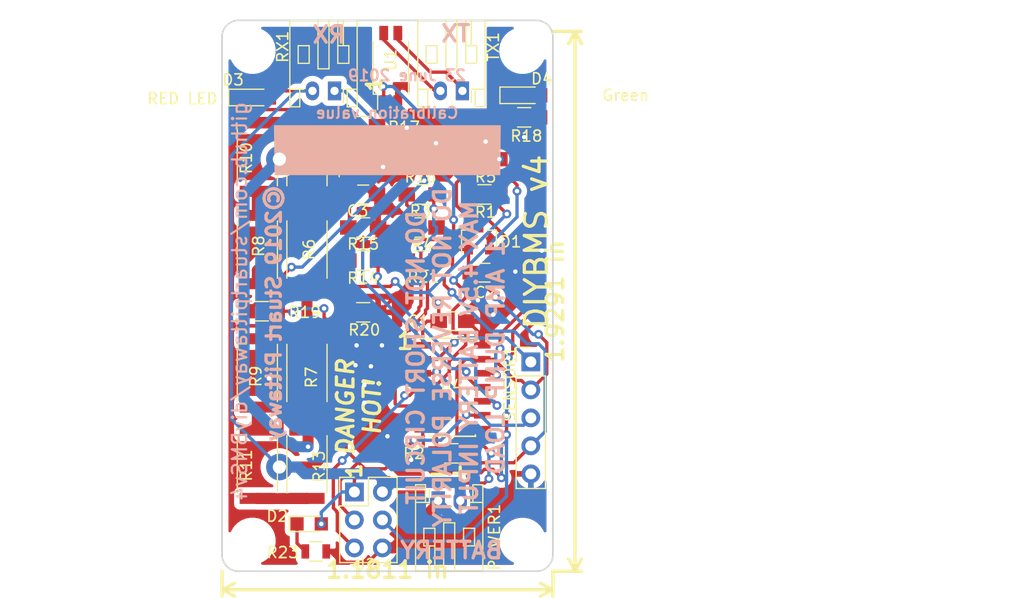
<source format=kicad_pcb>
(kicad_pcb (version 20171130) (host pcbnew "(5.1.5)-3")
  (layers (0 F.Cu signal) (31 B.Cu signal) (34 B.Paste user) (35 F.Paste user) (36 B.SilkS user) (37 F.SilkS user) (38 B.Mask user) (39 F.Mask user) (44 Edge.Cuts user))
  (net 0 "")
  (net 1 GND)
  (net 2 VCC)
  (net 3 "Net-(J2-Pad5)")
  (net 4 "Net-(D4-Pad2)")
  (net 5 RXD0)
  (net 6 ENABLE)
  (net 7 "Net-(R3-Pad2)")
  (net 8 "Net-(R5-Pad1)")
  (net 9 TXD0)
  (net 10 "Net-(R6-Pad2)")
  (net 11 "Net-(R7-Pad2)")
  (net 12 "Net-(R10-Pad1)")
  (net 13 "Net-(R11-Pad1)")
  (net 14 "Net-(R10-Pad2)")
  (net 15 "Net-(R11-Pad2)")
  (net 16 "Net-(Q1-Pad3)")
  (net 17 "Net-(D3-Pad1)")
  (net 18 "Net-(D4-Pad1)")
  (net 19 2_VOLT)
  (net 20 DUMP_LOAD_ENABLE)
  (net 21 "Net-(C3-Pad1)")
  (net 22 "Net-(R21-Pad1)")
  (net 23 "Net-(SENSOR1-Pad3)")
  (net 24 "Net-(TX1-Pad1)")
  (net 25 "Net-(TX1-Pad2)")
  (net 26 "Net-(D2-Pad1)")
  (net 27 TXD1)
  (net 28 RXD1)
  (module LEDs:LED_0805_HandSoldering (layer F.Cu) (at 129.3176 54.7876)
    (fp_text reference D4 (at 1.6 -1.5) (layer F.SilkS))
    (fp_text value Green (at 9.2 0) (layer F.SilkS))
    (pad 1 smd rect (at -1.35 0) (size 1.5 1.3) (layers F.Cu F.Paste F.Mask) (net 18 "Net-(D4-Pad1)"))
    (pad 2 smd rect (at 1.35 0) (size 1.5 1.3) (layers F.Cu F.Paste F.Mask) (net 4 "Net-(D4-Pad2)"))
  )
  (module LEDs:LED_0805_HandSoldering (layer F.Cu) (at 104.7176 54.9876)
    (fp_text reference D3 (at -1.8 -1.6) (layer F.SilkS))
    (fp_text value "RED LED" (at -6.4 0.1) (layer F.SilkS))
    (pad 1 smd rect (at -1.35 0) (size 1.5 1.3) (layers F.Cu F.Paste F.Mask) (net 17 "Net-(D3-Pad1)"))
    (pad 2 smd rect (at 1.35 0) (size 1.5 1.3) (layers F.Cu F.Paste F.Mask) (net 2 VCC))
  )
  (module Mounting_Holes:MountingHole_3.2mm_M3 (layer F.Cu) (at 129.1676 50.7376)
    (fp_text reference REF** hide)
    (fp_text value MountingHole_3.2mm_M3 hide)
    (pad 1 np_thru_hole circle (at 0 0) (size 3.2 3.2) (drill 3.2) (layers *.Cu *.Mask))
  )
  (module Mounting_Holes:MountingHole_3.2mm_M3 (layer F.Cu) (at 104.6676 50.7376)
    (fp_text reference REF** hide)
    (fp_text value MountingHole_3.2mm_M3 hide)
    (pad 1 np_thru_hole circle (at 0 0) (size 3.2 3.2) (drill 3.2) (layers *.Cu *.Mask))
  )
  (module Mounting_Holes:MountingHole_3.2mm_M3 (layer F.Cu) (at 104.6676 95.2376)
    (fp_text reference REF** hide)
    (fp_text value MountingHole_3.2mm_M3 hide)
    (pad 1 np_thru_hole circle (at 0 0) (size 3.2 3.2) (drill 3.2) (layers *.Cu *.Mask))
  )
  (module Mounting_Holes:MountingHole_3.2mm_M3 (layer F.Cu) (at 129.1676 95.2376)
    (fp_text reference REF** hide)
    (fp_text value MountingHole_3.2mm_M3 hide)
    (pad 1 np_thru_hole circle (at 0 0) (size 3.2 3.2) (drill 3.2) (layers *.Cu *.Mask))
  )
  (module Resistors_SMD:R_0805 (layer F.Cu) (at 110.4176 96.1876 180)
    (fp_text reference R23 (at 3 -0.1 180) (layer F.SilkS))
    (fp_text value 2K2)
    (pad 1 smd rect (at -0.95 0 180) (size 0.7 1.3) (layers F.Cu F.Paste F.Mask) (net 1 GND))
    (pad 2 smd rect (at 0.95 0 180) (size 0.7 1.3) (layers F.Cu F.Paste F.Mask) (net 26 "Net-(D2-Pad1)"))
  )
  (module LEDs:LED_0805 (layer F.Cu) (at 109.8176 93.6876)
    (fp_text reference D2 (at -2.9 -0.7) (layer F.SilkS))
    (fp_text value Blue)
    (pad 2 smd rect (at 1.1 0 180) (size 1.2 1.2) (layers F.Cu F.Paste F.Mask) (net 27 TXD1))
    (pad 1 smd rect (at -1.1 0 180) (size 1.2 1.2) (layers F.Cu F.Paste F.Mask) (net 26 "Net-(D2-Pad1)"))
  )
  (module Resistors_THT:R_Axial_Power_L25.0mm_W9.0mm_P27.94mm (layer F.Cu) (at 107.1176 60.5876 270)
    (fp_text reference R22 hide)
    (fp_text value 10R hide)
    (pad 1 thru_hole circle (at 0 0 270) (size 2.4 2.4) (drill 1.2) (layers *.Cu *.Mask) (net 16 "Net-(Q1-Pad3)"))
    (pad 2 thru_hole oval (at 27.94 0 270) (size 2.4 2.4) (drill 1.2) (layers *.Cu *.Mask) (net 2 VCC))
  )
  (module Connectors_JST:JST_PH_S2B-PH-K_02x2.00mm_Angled (layer F.Cu) (at 123.7176 54.3876 180)
    (fp_text reference TX1 (at -2.8 4 270) (layer F.SilkS))
    (fp_text value "TX Connector")
    (pad 1 thru_hole rect (at 0 0 180) (size 1.2 1.7) (drill 0.75) (layers *.Cu *.Mask) (net 24 "Net-(TX1-Pad1)"))
    (pad 2 thru_hole oval (at 2 0 180) (size 1.2 1.7) (drill 0.75) (layers *.Cu *.Mask) (net 25 "Net-(TX1-Pad2)"))
  )
  (module Capacitors_SMD:C_0805_HandSoldering (layer F.Cu) (at 114.7176 63.7876)
    (fp_text reference C3 (at -0.5 1.5) (layer F.SilkS))
    (fp_text value "10uF 10V")
    (pad 1 smd rect (at -1.25 0) (size 1.5 1.25) (layers F.Cu F.Paste F.Mask) (net 21 "Net-(C3-Pad1)"))
    (pad 2 smd rect (at 1.25 0) (size 1.5 1.25) (layers F.Cu F.Paste F.Mask) (net 1 GND))
  )
  (module Pin_Headers:Pin_Header_Straight_1x05_Pitch2.54mm (layer F.Cu) (at 129.9176 78.9876)
    (fp_text reference SENSOR1 (at -1.9 2 90) (layer F.SilkS))
    (fp_text value "Remote temp input 47K @ 25oC")
    (pad 1 thru_hole rect (at 0 0) (size 1.7 1.7) (drill 1) (layers *.Cu *.Mask) (net 22 "Net-(R21-Pad1)"))
    (pad 2 thru_hole oval (at 0 2.54) (size 1.7 1.7) (drill 1) (layers *.Cu *.Mask) (net 19 2_VOLT))
    (pad 3 thru_hole oval (at 0 5.08) (size 1.7 1.7) (drill 1) (layers *.Cu *.Mask) (net 23 "Net-(SENSOR1-Pad3)"))
    (pad 4 thru_hole oval (at 0 7.62) (size 1.7 1.7) (drill 1) (layers *.Cu *.Mask) (net 6 ENABLE))
    (pad 5 thru_hole oval (at 0 10.16) (size 1.7 1.7) (drill 1) (layers *.Cu *.Mask) (net 1 GND))
  )
  (module Resistors_SMD:R_0805_HandSoldering (layer F.Cu) (at 114.7176 69.7876)
    (fp_text reference R14 (at 0 1.6) (layer F.SilkS))
    (fp_text value 510R)
    (pad 1 smd rect (at -1.35 0) (size 1.5 1.3) (layers F.Cu F.Paste F.Mask) (net 21 "Net-(C3-Pad1)"))
    (pad 2 smd rect (at 1.35 0) (size 1.5 1.3) (layers F.Cu F.Paste F.Mask) (net 20 DUMP_LOAD_ENABLE))
  )
  (module Resistors_SMD:R_0805_HandSoldering (layer F.Cu) (at 114.6176 57.5876 180)
    (fp_text reference R17 (at -3.8 -0.1 180) (layer F.SilkS))
    (fp_text value 2K2)
    (pad 1 smd rect (at -1.35 0 180) (size 1.5 1.3) (layers F.Cu F.Paste F.Mask) (net 16 "Net-(Q1-Pad3)"))
    (pad 2 smd rect (at 1.35 0 180) (size 1.5 1.3) (layers F.Cu F.Paste F.Mask) (net 17 "Net-(D3-Pad1)"))
  )
  (module Pin_Headers:Pin_Header_Straight_2x03_Pitch2.54mm (layer F.Cu) (at 113.9176 90.7876)
    (fp_text reference J2 (at 1.1 6.6) (layer F.SilkS))
    (fp_text value AVR-ISP-6 hide)
    (pad 1 thru_hole rect (at 0 0) (size 1.7 1.7) (drill 1) (layers *.Cu *.Mask) (net 27 TXD1))
    (pad 2 thru_hole oval (at 2.54 0) (size 1.7 1.7) (drill 1) (layers *.Cu *.Mask) (net 2 VCC))
    (pad 3 thru_hole oval (at 0 2.54) (size 1.7 1.7) (drill 1) (layers *.Cu *.Mask) (net 28 RXD1))
    (pad 4 thru_hole oval (at 2.54 2.54) (size 1.7 1.7) (drill 1) (layers *.Cu *.Mask) (net 4 "Net-(D4-Pad2)"))
    (pad 5 thru_hole oval (at 0 5.08) (size 1.7 1.7) (drill 1) (layers *.Cu *.Mask) (net 3 "Net-(J2-Pad5)"))
    (pad 6 thru_hole oval (at 2.54 5.08) (size 1.7 1.7) (drill 1) (layers *.Cu *.Mask) (net 1 GND))
  )
  (module Capacitors_SMD:C_0805_HandSoldering (layer F.Cu) (at 122.8176 75.2876)
    (fp_text reference C1 (at -3.1 0) (layer F.SilkS))
    (fp_text value 100nF)
    (pad 1 smd rect (at -1.25 0) (size 1.5 1.25) (layers F.Cu F.Paste F.Mask) (net 2 VCC))
    (pad 2 smd rect (at 1.25 0) (size 1.5 1.25) (layers F.Cu F.Paste F.Mask) (net 1 GND))
  )
  (module Connectors_JST:JST_PH_S2B-PH-K_02x2.00mm_Angled (layer F.Cu) (at 121.5176 91.5876)
    (fp_text reference POWER1 (at 5.1 3.3 270) (layer F.SilkS))
    (fp_text value Battery hide)
    (pad 1 thru_hole rect (at 0 0) (size 1.2 1.7) (drill 0.75) (layers *.Cu *.Mask) (net 1 GND))
    (pad 2 thru_hole oval (at 2 0) (size 1.2 1.7) (drill 0.75) (layers *.Cu *.Mask) (net 2 VCC))
  )
  (module Resistors_SMD:R_0805_HandSoldering (layer F.Cu) (at 125.7176 63.7876 180)
    (fp_text reference R1 (at -0.1 -1.6 180) (layer F.SilkS))
    (fp_text value 10K)
    (pad 1 smd rect (at -1.35 0 180) (size 1.5 1.3) (layers F.Cu F.Paste F.Mask) (net 2 VCC))
    (pad 2 smd rect (at 1.35 0 180) (size 1.5 1.3) (layers F.Cu F.Paste F.Mask) (net 3 "Net-(J2-Pad5)"))
  )
  (module Housings_SOIC:SOIC-14_3.9x8.7mm_Pitch1.27mm (layer F.Cu) (at 122.8176 81.2876)
    (fp_text reference U4 (at -0.1 -0.1) (layer F.SilkS))
    (fp_text value ATtiny841-SSU)
    (pad 1 smd rect (at -2.7 -3.81) (size 1.5 0.6) (layers F.Cu F.Paste F.Mask) (net 2 VCC))
    (pad 2 smd rect (at -2.7 -2.54) (size 1.5 0.6) (layers F.Cu F.Paste F.Mask) (net 22 "Net-(R21-Pad1)"))
    (pad 3 smd rect (at -2.7 -1.27) (size 1.5 0.6) (layers F.Cu F.Paste F.Mask) (net 23 "Net-(SENSOR1-Pad3)"))
    (pad 4 smd rect (at -2.7 0) (size 1.5 0.6) (layers F.Cu F.Paste F.Mask) (net 3 "Net-(J2-Pad5)"))
    (pad 5 smd rect (at -2.7 1.27) (size 1.5 0.6) (layers F.Cu F.Paste F.Mask) (net 7 "Net-(R3-Pad2)"))
    (pad 6 smd rect (at -2.7 2.54) (size 1.5 0.6) (layers F.Cu F.Paste F.Mask) (net 6 ENABLE))
    (pad 7 smd rect (at -2.7 3.81) (size 1.5 0.6) (layers F.Cu F.Paste F.Mask) (net 4 "Net-(D4-Pad2)"))
    (pad 8 smd rect (at 2.7 3.81) (size 1.5 0.6) (layers F.Cu F.Paste F.Mask) (net 27 TXD1))
    (pad 9 smd rect (at 2.7 2.54) (size 1.5 0.6) (layers F.Cu F.Paste F.Mask) (net 28 RXD1))
    (pad 10 smd rect (at 2.7 1.27) (size 1.5 0.6) (layers F.Cu F.Paste F.Mask) (net 20 DUMP_LOAD_ENABLE))
    (pad 11 smd rect (at 2.7 0) (size 1.5 0.6) (layers F.Cu F.Paste F.Mask) (net 5 RXD0))
    (pad 12 smd rect (at 2.7 -1.27) (size 1.5 0.6) (layers F.Cu F.Paste F.Mask) (net 9 TXD0))
    (pad 13 smd rect (at 2.7 -2.54) (size 1.5 0.6) (layers F.Cu F.Paste F.Mask) (net 19 2_VOLT))
    (pad 14 smd rect (at 2.7 -3.81) (size 1.5 0.6) (layers F.Cu F.Paste F.Mask) (net 1 GND))
  )
  (module Capacitors_SMD:C_0805_HandSoldering (layer F.Cu) (at 125.7176 70.8876)
    (fp_text reference C2 (at 0.0716 1.794 180) (layer F.SilkS))
    (fp_text value 2.2uF)
    (pad 1 smd rect (at -1.25 0) (size 1.5 1.25) (layers F.Cu F.Paste F.Mask) (net 19 2_VOLT))
    (pad 2 smd rect (at 1.25 0) (size 1.5 1.25) (layers F.Cu F.Paste F.Mask) (net 1 GND))
  )
  (module Connectors_JST:JST_PH_S2B-PH-K_02x2.00mm_Angled (layer F.Cu) (at 112.1176 54.3876 180)
    (fp_text reference RX1 (at 4.7 4 270) (layer F.SilkS))
    (fp_text value "RX Connector")
    (pad 1 thru_hole rect (at 0 0 180) (size 1.2 1.7) (drill 0.75) (layers *.Cu *.Mask) (net 5 RXD0))
    (pad 2 thru_hole oval (at 2 0 180) (size 1.2 1.7) (drill 0.75) (layers *.Cu *.Mask) (net 2 VCC))
  )
  (module Resistors_SMD:R_0805_HandSoldering (layer F.Cu) (at 122.7176 87.2876)
    (fp_text reference R2 (at -3.4 0) (layer F.SilkS))
    (fp_text value 1K)
    (pad 1 smd rect (at -1.35 0) (size 1.5 1.3) (layers F.Cu F.Paste F.Mask) (net 6 ENABLE))
    (pad 2 smd rect (at 1.35 0) (size 1.5 1.3) (layers F.Cu F.Paste F.Mask) (net 19 2_VOLT))
  )
  (module Resistors_SMD:R_0805_HandSoldering (layer F.Cu) (at 120.0176 63.7876)
    (fp_text reference R3 (at -0.1 1.5) (layer F.SilkS))
    (fp_text value "475K  E96 series (tolerance 1%)")
    (pad 1 smd rect (at -1.35 0) (size 1.5 1.3) (layers F.Cu F.Paste F.Mask) (net 6 ENABLE))
    (pad 2 smd rect (at 1.35 0) (size 1.5 1.3) (layers F.Cu F.Paste F.Mask) (net 7 "Net-(R3-Pad2)"))
  )
  (module Resistors_SMD:R_0805_HandSoldering (layer F.Cu) (at 120.0176 66.7876 180)
    (fp_text reference R4 (at -0.1 -1.6 180) (layer F.SilkS))
    (fp_text value "402K E96 series (tolerance 1%)")
    (pad 1 smd rect (at -1.35 0 180) (size 1.5 1.3) (layers F.Cu F.Paste F.Mask) (net 7 "Net-(R3-Pad2)"))
    (pad 2 smd rect (at 1.35 0 180) (size 1.5 1.3) (layers F.Cu F.Paste F.Mask) (net 1 GND))
  )
  (module Resistors_SMD:R_0805_HandSoldering (layer F.Cu) (at 125.7176 60.5876 180)
    (fp_text reference R5 (at -0.1 -1.6 180) (layer F.SilkS))
    (fp_text value 220R)
    (pad 1 smd rect (at -1.35 0 180) (size 1.5 1.3) (layers F.Cu F.Paste F.Mask) (net 8 "Net-(R5-Pad1)"))
    (pad 2 smd rect (at 1.35 0 180) (size 1.5 1.3) (layers F.Cu F.Paste F.Mask) (net 9 TXD0))
  )
  (module Resistors_SMD:R_0805_HandSoldering (layer F.Cu) (at 114.7176 66.7876)
    (fp_text reference R15 (at 0 1.5) (layer F.SilkS))
    (fp_text value 47K)
    (pad 1 smd rect (at -1.35 0) (size 1.5 1.3) (layers F.Cu F.Paste F.Mask) (net 21 "Net-(C3-Pad1)"))
    (pad 2 smd rect (at 1.35 0) (size 1.5 1.3) (layers F.Cu F.Paste F.Mask) (net 1 GND))
  )
  (module Resistors_SMD:R_0805_HandSoldering (layer F.Cu) (at 120.0176 60.5876)
    (fp_text reference R16 (at -0.1 1.6 -180) (layer F.SilkS))
    (fp_text value 4K7)
    (pad 1 smd rect (at -1.35 0) (size 1.5 1.3) (layers F.Cu F.Paste F.Mask) (net 1 GND))
    (pad 2 smd rect (at 1.35 0) (size 1.5 1.3) (layers F.Cu F.Paste F.Mask) (net 5 RXD0))
  )
  (module Resistors_SMD:R_0805_HandSoldering (layer F.Cu) (at 129.3176 56.7876 180)
    (fp_text reference R18 (at -0.2 -1.7 180) (layer F.SilkS))
    (fp_text value 2K2)
    (pad 1 smd rect (at -1.35 0 180) (size 1.5 1.3) (layers F.Cu F.Paste F.Mask) (net 1 GND))
    (pad 2 smd rect (at 1.35 0 180) (size 1.5 1.3) (layers F.Cu F.Paste F.Mask) (net 18 "Net-(D4-Pad1)"))
  )
  (module Housings_SSOP:SOP-4_4.4x2.8mm_Pitch1.27mm (layer F.Cu) (at 117.2176 52.2876 90)
    (fp_text reference U1 (at 0.7 0 90) (layer F.SilkS))
    (fp_text value HMHA2801)
    (pad 1 smd rect (at -3.15 -0.64 90) (size 1.3 0.8) (layers F.Cu F.Paste F.Mask) (net 8 "Net-(R5-Pad1)"))
    (pad 2 smd rect (at -3.15 0.64 90) (size 1.3 0.8) (layers F.Cu F.Paste F.Mask) (net 1 GND))
    (pad 3 smd rect (at 3.15 0.64 90) (size 1.3 0.8) (layers F.Cu F.Paste F.Mask) (net 24 "Net-(TX1-Pad1)"))
    (pad 4 smd rect (at 3.15 -0.64 90) (size 1.3 0.8) (layers F.Cu F.Paste F.Mask) (net 25 "Net-(TX1-Pad2)"))
  )
  (module TO_SOT_Packages_SMD:SOT-23 (layer F.Cu) (at 125.2176 67.7876 90)
    (fp_text reference D1 (at -0.3 2.8716 180) (layer F.SilkS))
    (fp_text value "LM4040BIM3-2.0/NOPB, 2.048V, SOT-23-3")
    (pad 1 smd rect (at -1 -0.95 90) (size 0.9 0.8) (layers F.Cu F.Paste F.Mask) (net 19 2_VOLT))
    (pad 2 smd rect (at -1 0.95 90) (size 0.9 0.8) (layers F.Cu F.Paste F.Mask) (net 1 GND))
    (pad 3 smd rect (at 1 0 90) (size 0.9 0.8) (layers F.Cu F.Paste F.Mask))
  )
  (module TO_SOT_Packages_SMD:SOT-23 (layer F.Cu) (at 114.1176 60.7876 90)
    (fp_text reference Q1 (at 1.5 1.8 180) (layer F.SilkS))
    (fp_text value IRLML6244TRPBF)
    (pad 1 smd rect (at -1 -0.95 90) (size 0.9 0.8) (layers F.Cu F.Paste F.Mask) (net 21 "Net-(C3-Pad1)"))
    (pad 2 smd rect (at -1 0.95 90) (size 0.9 0.8) (layers F.Cu F.Paste F.Mask) (net 1 GND))
    (pad 3 smd rect (at 1 0 90) (size 0.9 0.8) (layers F.Cu F.Paste F.Mask) (net 16 "Net-(Q1-Pad3)"))
  )
  (module Resistors_SMD:R_0805_HandSoldering (layer F.Cu) (at 105.5176 74.3876)
    (fp_text reference R19 (at 3.9 0.1) (layer F.SilkS))
    (fp_text value SDNT2012X473F4150FTF)
    (pad 1 smd rect (at -1.35 0) (size 1.5 1.3) (layers F.Cu F.Paste F.Mask) (net 19 2_VOLT))
    (pad 2 smd rect (at 1.35 0) (size 1.5 1.3) (layers F.Cu F.Paste F.Mask) (net 28 RXD1))
  )
  (module Resistors_SMD:R_0805_HandSoldering (layer F.Cu) (at 114.7176 74.4876)
    (fp_text reference R20 (at 0.1 1.6) (layer F.SilkS))
    (fp_text value 47K)
    (pad 1 smd rect (at -1.35 0) (size 1.5 1.3) (layers F.Cu F.Paste F.Mask) (net 28 RXD1))
    (pad 2 smd rect (at 1.35 0) (size 1.5 1.3) (layers F.Cu F.Paste F.Mask) (net 1 GND))
  )
  (module Resistors_SMD:R_0805_HandSoldering (layer F.Cu) (at 120.0176 69.7876 180)
    (fp_text reference R21 (at -0.15 -1.5) (layer F.SilkS))
    (fp_text value 47K)
    (pad 1 smd rect (at -1.35 0 180) (size 1.5 1.3) (layers F.Cu F.Paste F.Mask) (net 22 "Net-(R21-Pad1)"))
    (pad 2 smd rect (at 1.35 0 180) (size 1.5 1.3) (layers F.Cu F.Paste F.Mask) (net 1 GND))
  )
  (module Resistors_SMD:R_2512 (layer F.Cu) (at 109.6176 68.7876 90)
    (fp_text reference R6 (at 0 0.2 270) (layer F.SilkS))
    (fp_text value "2R2 1W")
    (pad 1 smd rect (at -3.1 0 90) (size 1 3.2) (layers F.Cu F.Paste F.Mask) (net 2 VCC))
    (pad 2 smd rect (at 3.1 0 90) (size 1 3.2) (layers F.Cu F.Paste F.Mask) (net 10 "Net-(R6-Pad2)"))
  )
  (module Resistors_SMD:R_2512 (layer F.Cu) (at 109.6176 79.9876 270)
    (fp_text reference R7 (at 0.4 -0.4 90) (layer F.SilkS))
    (fp_text value "2R2 1W")
    (pad 1 smd rect (at -3.1 0 270) (size 1 3.2) (layers F.Cu F.Paste F.Mask) (net 2 VCC))
    (pad 2 smd rect (at 3.1 0 270) (size 1 3.2) (layers F.Cu F.Paste F.Mask) (net 11 "Net-(R7-Pad2)"))
  )
  (module Resistors_SMD:R_2512 (layer F.Cu) (at 105.1176 68.7876 90)
    (fp_text reference R8 (at 0.3116 0.1204 90) (layer F.SilkS))
    (fp_text value "2R2 1W")
    (pad 1 smd rect (at -3.1 0 90) (size 1 3.2) (layers F.Cu F.Paste F.Mask) (net 10 "Net-(R6-Pad2)"))
    (pad 2 smd rect (at 3.1 0 90) (size 1 3.2) (layers F.Cu F.Paste F.Mask) (net 12 "Net-(R10-Pad1)"))
  )
  (module Resistors_SMD:R_2512 (layer F.Cu) (at 105.1176 79.9876 270)
    (fp_text reference R9 (at 0.3116 0.135466 90) (layer F.SilkS))
    (fp_text value "2R2 1W")
    (pad 1 smd rect (at -3.1 0 270) (size 1 3.2) (layers F.Cu F.Paste F.Mask) (net 11 "Net-(R7-Pad2)"))
    (pad 2 smd rect (at 3.1 0 270) (size 1 3.2) (layers F.Cu F.Paste F.Mask) (net 13 "Net-(R11-Pad1)"))
  )
  (module Resistors_SMD:R_2512 (layer F.Cu) (at 105.1176 60.3992 90)
    (fp_text reference R10 (at -0.0884 -1 270) (layer F.SilkS))
    (fp_text value "2R2 1W")
    (pad 1 smd rect (at -3.1 0 90) (size 1 3.2) (layers F.Cu F.Paste F.Mask) (net 12 "Net-(R10-Pad1)"))
    (pad 2 smd rect (at 3.1 0 90) (size 1 3.2) (layers F.Cu F.Paste F.Mask) (net 14 "Net-(R10-Pad2)"))
  )
  (module Resistors_SMD:R_2512 (layer F.Cu) (at 105.1176 88.276 270)
    (fp_text reference R11 (at 0.1116 1 90) (layer F.SilkS))
    (fp_text value "2R2 1W")
    (pad 1 smd rect (at -3.1 0 270) (size 1 3.2) (layers F.Cu F.Paste F.Mask) (net 13 "Net-(R11-Pad1)"))
    (pad 2 smd rect (at 3.1 0 270) (size 1 3.2) (layers F.Cu F.Paste F.Mask) (net 15 "Net-(R11-Pad2)"))
  )
  (module Resistors_SMD:R_2512 (layer F.Cu) (at 109.6176 60.3992 270)
    (fp_text reference R12 (at 0.0884 -1 90) (layer F.SilkS))
    (fp_text value "2R2 1W")
    (pad 1 smd rect (at -3.1 0 270) (size 1 3.2) (layers F.Cu F.Paste F.Mask) (net 14 "Net-(R10-Pad2)"))
    (pad 2 smd rect (at 3.1 0 270) (size 1 3.2) (layers F.Cu F.Paste F.Mask) (net 16 "Net-(Q1-Pad3)"))
  )
  (module Resistors_SMD:R_2512 (layer F.Cu) (at 109.6176 88.276 90)
    (fp_text reference R13 (at -0.2116 1.1 90) (layer F.SilkS))
    (fp_text value "2R2 1W")
    (pad 1 smd rect (at -3.1 0 90) (size 1 3.2) (layers F.Cu F.Paste F.Mask) (net 15 "Net-(R11-Pad2)"))
    (pad 2 smd rect (at 3.1 0 90) (size 1 3.2) (layers F.Cu F.Paste F.Mask) (net 16 "Net-(Q1-Pad3)"))
  )
  (gr_arc (start 130.4176 96.4876) (end 130.4176 97.9876) (angle -90) (layer Edge.Cuts) (width 0.15))
  (gr_arc (start 103.4176 96.4876) (end 101.9176 96.4876) (angle -90) (layer Edge.Cuts) (width 0.15))
  (gr_arc (start 103.4176 49.4876) (end 103.4176 47.9876) (angle -90) (layer Edge.Cuts) (width 0.15))
  (gr_arc (start 130.4176 49.4876) (end 131.9176 49.4876) (angle -90) (layer Edge.Cuts) (width 0.15))
  (gr_line (start 101.9176 96.4876) (end 101.9176 49.4876) (layer Edge.Cuts) (width 0.15))
  (gr_line (start 130.4176 97.9876) (end 103.4176 97.9876) (layer Edge.Cuts) (width 0.15))
  (gr_line (start 131.9176 49.4876) (end 131.9176 96.4876) (layer Edge.Cuts) (width 0.15))
  (gr_line (start 103.4176 47.9876) (end 130.4176 47.9876) (layer Edge.Cuts) (width 0.15))
  (gr_text 1 (at 115.7176 53.7876 90) (layer F.SilkS) (effects (font (size 1.3 1.3) (thickness 0.3))))
  (gr_text TX (at 123.1176 49.1876) (layer B.SilkS) (effects (font (size 1.5 1.5) (thickness 0.3)) (justify mirror)))
  (gr_text RX (at 111.6176 49.2876) (layer B.SilkS) (effects (font (size 1.5 1.5) (thickness 0.3)) (justify mirror)))
  (gr_text "Calibration value" (at 116.8804 56.3848) (layer B.SilkS) (effects (font (size 1 1) (thickness 0.2)) (justify mirror)))
  (gr_poly (pts (xy 106.7322 61.9876) (xy 127.103 61.9876) (xy 127.142 57.5532) (xy 106.6696 57.5532)) (layer B.SilkS) (width 0.1))
  (gr_text "DANGER\nHOT!" (at 114.3176 83.0876 90) (layer F.SilkS) (effects (font (size 1.5 1.5) (thickness 0.3) italic)))
  (gr_text "DO NOT SHORT CIRCUIT\nDO NOT REVERSE POLARITY\nMAX 4.5V BATTERY INPUT\n1 AMP DUMP LOAD" (at 123.1176 78.5876 90) (layer B.SilkS) (effects (font (size 1.5 1.5) (thickness 0.3)) (justify mirror)))
  (gr_text "23 June 2019" (at 113.2176 52.9876) (layer B.SilkS) (effects (font (size 1 1) (thickness 0.2)) (justify right mirror)))
  (gr_text 1 (at 113.9176 88.8876 90) (layer F.SilkS) (effects (font (size 1.3 1.3) (thickness 0.3))))
  (gr_text BATTERY (at 122.7176 96.0876) (layer B.SilkS) (effects (font (size 1.5 1.5) (thickness 0.3)) (justify mirror)))
  (gr_text github.com/stuartpittaway/diyBMSv4 (at 103.5176 73.4876 90) (layer B.SilkS) (effects (font (size 1.3 1.3) (thickness 0.2)) (justify mirror)))
  (gr_text "©2019 Stuart Pittaway" (at 106.6176 74.5876 90) (layer B.SilkS) (effects (font (size 1.3 1.3) (thickness 0.3)) (justify mirror)))
  (gr_text "DIYBMS v4" (at 130.4176 59.9876 90) (layer F.SilkS) (effects (font (size 2 2) (thickness 0.3)) (justify right)))
  (gr_text 1 (at 118.5176 77.0876) (layer F.SilkS) (effects (font (size 1.5 1.5) (thickness 0.3))))
  (gr_text - (at 121.5176 89.2876 180) (layer F.SilkS) (effects (font (size 1.5 1.5) (thickness 0.3))))
  (gr_text + (at 123.5176 88.9876) (layer F.SilkS) (effects (font (size 1.5 1.5) (thickness 0.3))))
  (dimension 30 (width 0.3) (layer F.SilkS) (gr_text "30.000 mm" (at 116.9176 101.764) (layer F.SilkS) (effects (font (size 1.5 1.5) (thickness 0.3)))) (feature1 (pts (xy 131.9176 97.9876) (xy 131.9176 100.250421))) (feature2 (pts (xy 101.9176 97.9876) (xy 101.9176 100.250421))) (crossbar (pts (xy 101.9176 99.664) (xy 131.9176 99.664))) (arrow1a (pts (xy 131.9176 99.664) (xy 130.791096 100.250421))) (arrow1b (pts (xy 131.9176 99.664) (xy 130.791096 99.077579))) (arrow2a (pts (xy 101.9176 99.664) (xy 103.044104 100.250421))) (arrow2b (pts (xy 101.9176 99.664) (xy 103.044104 99.077579))))
  (dimension 49 (width 0.3) (layer F.SilkS) (gr_text "49.000 mm" (at 136.03 73.4876 270) (layer F.SilkS) (effects (font (size 1.5 1.5) (thickness 0.3)))) (feature1 (pts (xy 131.9176 97.9876) (xy 134.516421 97.9876))) (feature2 (pts (xy 131.9176 48.9876) (xy 134.516421 48.9876))) (crossbar (pts (xy 133.93 48.9876) (xy 133.93 97.9876))) (arrow1a (pts (xy 133.93 97.9876) (xy 133.343579 96.861096))) (arrow1b (pts (xy 133.93 97.9876) (xy 134.516421 96.861096))) (arrow2a (pts (xy 133.93 48.9876) (xy 133.343579 50.114104))) (arrow2b (pts (xy 133.93 48.9876) (xy 134.516421 50.114104))))
  (segment (start 116.0676 66.7876) (end 118.6676 66.7876) (width 0.3) (layer F.Cu) (net 1))
  (segment (start 118.6676 69.7876) (end 118.6676 66.7876) (width 0.3) (layer F.Cu) (net 1))
  (segment (start 117.4876 95.8676) (end 116.4576 95.8676) (width 1) (layer F.Cu) (net 1))
  (segment (start 121.5176 91.8376) (end 117.4876 95.8676) (width 1) (layer F.Cu) (net 1))
  (segment (start 121.5176 91.5876) (end 121.5176 91.8376) (width 1) (layer F.Cu) (net 1))
  (segment (start 115.0676 62.8876) (end 115.9676 63.7876) (width 1) (layer F.Cu) (net 1))
  (segment (start 115.0676 61.7876) (end 115.0676 62.8876) (width 1) (layer F.Cu) (net 1))
  (segment (start 115.9676 66.6876) (end 116.0676 66.7876) (width 0.3) (layer F.Cu) (net 1))
  (segment (start 115.9676 63.7876) (end 115.9676 66.6876) (width 0.3) (layer F.Cu) (net 1))
  (segment (start 116.1676 74.4876) (end 116.0676 74.4876) (width 0.3) (layer F.Cu) (net 1))
  (segment (start 118.6676 71.9876) (end 116.1676 74.4876) (width 0.3) (layer F.Cu) (net 1))
  (segment (start 118.6676 69.7876) (end 118.6676 71.9876) (width 0.3) (layer F.Cu) (net 1))
  (segment (start 131.06761 58.13761) (end 131.06761 68.3876) (width 0.3) (layer F.Cu) (net 1))
  (segment (start 130.6676 56.7876) (end 130.6676 57.7376) (width 0.3) (layer F.Cu) (net 1))
  (segment (start 130.6676 57.7376) (end 131.06761 58.13761) (width 0.3) (layer F.Cu) (net 1))
  (segment (start 124.1926 75.2876) (end 125.5176 76.6126) (width 0.3) (layer F.Cu) (net 1))
  (segment (start 125.5176 76.6126) (end 125.5176 77.4776) (width 0.3) (layer F.Cu) (net 1))
  (segment (start 124.0676 75.2876) (end 124.1926 75.2876) (width 0.3) (layer F.Cu) (net 1))
  (via (at 116.5176 61.2876) (size 0.8) (drill 0.4) (layers F.Cu B.Cu) (net 1))
  (segment (start 115.0676 61.7876) (end 116.0176 61.7876) (width 0.3) (layer F.Cu) (net 1))
  (segment (start 116.0176 61.7876) (end 116.5176 61.2876) (width 0.3) (layer F.Cu) (net 1))
  (segment (start 126.9676 69.5876) (end 126.1676 68.7876) (width 0.3) (layer F.Cu) (net 1))
  (segment (start 126.9676 70.8876) (end 126.9676 69.5876) (width 0.3) (layer F.Cu) (net 1))
  (segment (start 128.4176 70.8876) (end 128.5176 70.7876) (width 0.3) (layer F.Cu) (net 1))
  (segment (start 126.9676 70.8876) (end 128.4176 70.8876) (width 0.3) (layer F.Cu) (net 1))
  (via (at 128.5176 70.7876) (size 0.8) (drill 0.4) (layers F.Cu B.Cu) (net 1))
  (via (at 130.9176 68.8876) (size 0.8) (drill 0.4) (layers F.Cu B.Cu) (net 1))
  (segment (start 128.5176 70.7876) (end 130.4176 68.8876) (width 0.3) (layer B.Cu) (net 1))
  (segment (start 130.4176 68.8876) (end 130.9176 68.8876) (width 0.3) (layer B.Cu) (net 1))
  (via (at 125.8176 58.9876) (size 0.8) (drill 0.4) (layers F.Cu B.Cu) (net 1))
  (via (at 129.3176 58.5876) (size 0.8) (drill 0.4) (layers F.Cu B.Cu) (net 1))
  (via (at 125.1176 73.3876) (size 0.8) (drill 0.4) (layers F.Cu B.Cu) (net 1))
  (via (at 126.5176 74.6876) (size 0.8) (drill 0.4) (layers F.Cu B.Cu) (net 1))
  (via (at 116.4176 77.4876) (size 0.8) (drill 0.4) (layers F.Cu B.Cu) (net 1))
  (via (at 114.1176 77.4876) (size 0.8) (drill 0.4) (layers F.Cu B.Cu) (net 1))
  (via (at 114.0176 79.2876) (size 0.8) (drill 0.4) (layers F.Cu B.Cu) (net 1))
  (via (at 115.4176 79.3876) (size 0.8) (drill 0.4) (layers F.Cu B.Cu) (net 1))
  (via (at 114.8176 81.0876) (size 0.8) (drill 0.4) (layers F.Cu B.Cu) (net 1))
  (via (at 114.8176 82.6876) (size 0.8) (drill 0.4) (layers F.Cu B.Cu) (net 1))
  (via (at 116.9176 85.737579) (size 0.8) (drill 0.4) (layers F.Cu B.Cu) (net 1))
  (segment (start 116.9176 86.303264) (end 116.9176 85.737579) (width 1) (layer B.Cu) (net 1))
  (segment (start 111.7176 96.1876) (end 111.3676 96.1876) (width 0.3) (layer F.Cu) (net 1))
  (segment (start 112.697601 97.167601) (end 111.7176 96.1876) (width 0.3) (layer F.Cu) (net 1))
  (segment (start 116.4576 95.8676) (end 115.157599 97.167601) (width 0.3) (layer F.Cu) (net 1))
  (segment (start 115.157599 97.167601) (end 112.697601 97.167601) (width 0.3) (layer F.Cu) (net 1))
  (segment (start 119.067621 87.8876) (end 119.067621 87.8876) (width 1) (layer B.Cu) (net 1))
  (segment (start 124.517591 89.24116) (end 124.517591 88.887591) (width 1) (layer B.Cu) (net 1))
  (segment (start 124.81761 90.657697) (end 124.81761 89.541179) (width 1) (layer B.Cu) (net 1))
  (segment (start 124.91761 90.757697) (end 124.81761 90.657697) (width 1) (layer B.Cu) (net 1))
  (segment (start 123.5176 87.8876) (end 119.067621 87.8876) (width 1) (layer B.Cu) (net 1))
  (segment (start 124.91761 92.417503) (end 124.91761 90.757697) (width 1) (layer B.Cu) (net 1))
  (segment (start 124.517591 88.887591) (end 123.5176 87.8876) (width 1) (layer B.Cu) (net 1))
  (segment (start 121.5176 91.8376) (end 122.6676 92.9876) (width 1) (layer B.Cu) (net 1))
  (segment (start 121.5176 91.5876) (end 121.5176 91.8376) (width 1) (layer B.Cu) (net 1))
  (segment (start 122.6676 92.9876) (end 122.687687 92.9876) (width 1) (layer B.Cu) (net 1))
  (segment (start 122.687687 92.9876) (end 122.937697 93.23761) (width 1) (layer B.Cu) (net 1))
  (segment (start 122.937697 93.23761) (end 124.097503 93.23761) (width 1) (layer B.Cu) (net 1))
  (segment (start 124.81761 89.541179) (end 124.517591 89.24116) (width 1) (layer B.Cu) (net 1))
  (segment (start 124.097503 93.23761) (end 124.91761 92.417503) (width 1) (layer B.Cu) (net 1))
  (segment (start 119.067621 87.8876) (end 116.9176 85.737579) (width 1) (layer B.Cu) (net 1))
  (via (at 119.067621 87.8876) (size 0.8) (drill 0.4) (layers F.Cu B.Cu) (net 1))
  (via (at 106.1676 80.4876) (size 0.8) (drill 0.4) (layers F.Cu B.Cu) (net 1))
  (via (at 118.6676 57.7376) (size 0.8) (drill 0.4) (layers F.Cu B.Cu) (net 1))
  (segment (start 109.6176 72.376) (end 109.6176 73.176) (width 1) (layer F.Cu) (net 2))
  (via (at 117.6176 71.6876) (size 0.8) (drill 0.4) (layers F.Cu B.Cu) (net 2))
  (segment (start 118.583285 72.6876) (end 118.583285 72.653285) (width 0.3) (layer B.Cu) (net 2))
  (segment (start 118.583285 72.653285) (end 117.6176 71.6876) (width 0.3) (layer B.Cu) (net 2))
  (segment (start 120.1176 75.6876) (end 120.1176 77.4776) (width 0.3) (layer F.Cu) (net 2))
  (segment (start 120.5176 75.2876) (end 120.1176 75.6876) (width 0.3) (layer F.Cu) (net 2))
  (segment (start 121.5676 75.2876) (end 120.5176 75.2876) (width 0.3) (layer F.Cu) (net 2))
  (via (at 127.741547 65.561557) (size 0.8) (drill 0.4) (layers F.Cu B.Cu) (net 2))
  (segment (start 127.0676 63.7876) (end 127.0676 64.88761) (width 0.3) (layer F.Cu) (net 2))
  (segment (start 120.615504 72.6876) (end 127.741547 65.561557) (width 0.3) (layer B.Cu) (net 2))
  (segment (start 127.0676 64.88761) (end 127.741547 65.561557) (width 0.3) (layer F.Cu) (net 2))
  (segment (start 118.583285 72.6876) (end 120.615504 72.6876) (width 0.3) (layer B.Cu) (net 2))
  (segment (start 120.617634 72.6876) (end 121.517612 73.587578) (width 0.3) (layer B.Cu) (net 2))
  (segment (start 118.583285 72.6876) (end 120.617634 72.6876) (width 0.3) (layer B.Cu) (net 2))
  (segment (start 121.5676 73.637566) (end 121.517612 73.587578) (width 0.3) (layer F.Cu) (net 2))
  (segment (start 121.5676 75.2876) (end 121.5676 73.637566) (width 0.3) (layer F.Cu) (net 2))
  (via (at 121.517612 73.587578) (size 0.8) (drill 0.4) (layers F.Cu B.Cu) (net 2))
  (segment (start 109.6176 71.8876) (end 109.6176 76.8876) (width 1) (layer F.Cu) (net 2))
  (segment (start 109.424655 89.137599) (end 108.814656 88.5276) (width 1) (layer B.Cu) (net 2))
  (segment (start 108.814656 88.5276) (end 107.1176 88.5276) (width 1) (layer B.Cu) (net 2))
  (segment (start 116.00968 89.137599) (end 109.424655 89.137599) (width 1) (layer B.Cu) (net 2))
  (segment (start 116.4576 89.585519) (end 116.00968 89.137599) (width 1) (layer B.Cu) (net 2))
  (segment (start 116.4576 90.7876) (end 116.4576 89.585519) (width 1) (layer B.Cu) (net 2))
  (segment (start 112.217601 86.35327) (end 110.043271 88.5276) (width 1) (layer F.Cu) (net 2))
  (segment (start 110.043271 88.5276) (end 107.1176 88.5276) (width 1) (layer F.Cu) (net 2))
  (segment (start 112.217601 81.787599) (end 112.217601 86.35327) (width 1) (layer F.Cu) (net 2))
  (segment (start 111.267589 80.837587) (end 112.217601 81.787599) (width 1) (layer F.Cu) (net 2))
  (segment (start 111.267589 80.037589) (end 111.267589 80.837587) (width 1) (layer F.Cu) (net 2))
  (segment (start 109.6176 78.3876) (end 111.267589 80.037589) (width 1) (layer F.Cu) (net 2))
  (segment (start 109.6176 76.8876) (end 109.6176 78.3876) (width 1) (layer F.Cu) (net 2))
  (segment (start 117.16409 72.14111) (end 117.6176 71.6876) (width 0.3) (layer F.Cu) (net 2))
  (segment (start 110.97111 72.14111) (end 117.16409 72.14111) (width 0.3) (layer F.Cu) (net 2))
  (segment (start 109.6176 71.8876) (end 110.7176 71.8876) (width 0.3) (layer F.Cu) (net 2))
  (segment (start 110.7176 71.8876) (end 110.97111 72.14111) (width 0.3) (layer F.Cu) (net 2))
  (segment (start 106.6676 54.3876) (end 106.0676 54.9876) (width 0.3) (layer F.Cu) (net 2))
  (segment (start 110.1176 54.3876) (end 106.6676 54.3876) (width 0.3) (layer F.Cu) (net 2))
  (segment (start 108.6176 54.3876) (end 110.1176 54.3876) (width 0.3) (layer B.Cu) (net 2))
  (segment (start 102.767589 60.237611) (end 108.6176 54.3876) (width 0.3) (layer B.Cu) (net 2))
  (segment (start 107.1176 88.5276) (end 102.767589 84.177589) (width 0.3) (layer B.Cu) (net 2))
  (segment (start 102.767589 84.177589) (end 102.767589 60.237611) (width 0.3) (layer B.Cu) (net 2))
  (segment (start 123.5176 90.07966) (end 123.36758 89.92964) (width 1) (layer B.Cu) (net 2))
  (segment (start 123.36758 89.92964) (end 117.31556 89.92964) (width 1) (layer B.Cu) (net 2))
  (segment (start 117.31556 89.92964) (end 117.307599 89.937601) (width 1) (layer B.Cu) (net 2))
  (segment (start 123.5176 91.5876) (end 123.5176 90.07966) (width 1) (layer B.Cu) (net 2))
  (segment (start 117.307599 89.937601) (end 116.4576 90.7876) (width 1) (layer B.Cu) (net 2))
  (via (at 122.9176 71.5876) (size 0.8) (drill 0.4) (layers F.Cu B.Cu) (net 3))
  (segment (start 124.0176 73.152598) (end 124.0176 72.6876) (width 0.3) (layer F.Cu) (net 3))
  (segment (start 122.867599 74.302599) (end 124.0176 73.152598) (width 0.3) (layer F.Cu) (net 3))
  (segment (start 122.867599 76.272601) (end 122.867599 74.302599) (width 0.3) (layer F.Cu) (net 3))
  (segment (start 124.0176 76.362601) (end 122.957599 76.362601) (width 0.3) (layer F.Cu) (net 3))
  (segment (start 120.1176 81.2876) (end 121.1676 81.2876) (width 0.3) (layer F.Cu) (net 3))
  (segment (start 122.5176 78.936019) (end 124.0176 77.436019) (width 0.3) (layer F.Cu) (net 3))
  (segment (start 124.0176 72.6876) (end 122.9176 71.5876) (width 0.3) (layer F.Cu) (net 3))
  (segment (start 124.0176 77.436019) (end 124.0176 76.362601) (width 0.3) (layer F.Cu) (net 3))
  (segment (start 122.957599 76.362601) (end 122.867599 76.272601) (width 0.3) (layer F.Cu) (net 3))
  (segment (start 122.5176 79.9376) (end 122.5176 78.936019) (width 0.3) (layer F.Cu) (net 3))
  (segment (start 121.1676 81.2876) (end 122.5176 79.9376) (width 0.3) (layer F.Cu) (net 3))
  (segment (start 128.66759 62.921915) (end 128.66759 63.4876) (width 0.3) (layer F.Cu) (net 3))
  (segment (start 125.667599 62.587601) (end 128.333276 62.587601) (width 0.3) (layer F.Cu) (net 3))
  (segment (start 124.4676 63.7876) (end 125.667599 62.587601) (width 0.3) (layer F.Cu) (net 3))
  (segment (start 124.3676 63.7876) (end 124.4676 63.7876) (width 0.3) (layer F.Cu) (net 3))
  (segment (start 128.66759 65.83761) (end 128.66759 63.4876) (width 0.3) (layer B.Cu) (net 3))
  (segment (start 122.9176 71.5876) (end 128.66759 65.83761) (width 0.3) (layer B.Cu) (net 3))
  (via (at 128.66759 63.4876) (size 0.8) (drill 0.4) (layers F.Cu B.Cu) (net 3))
  (segment (start 128.333276 62.587601) (end 128.66759 62.921915) (width 0.3) (layer F.Cu) (net 3))
  (segment (start 120.1176 81.2876) (end 119.6676 81.2876) (width 0.3) (layer F.Cu) (net 3))
  (segment (start 118.46761 82.28758) (end 118.46761 82.03759) (width 0.3) (layer B.Cu) (net 3))
  (segment (start 119.6676 81.2876) (end 118.91761 82.03759) (width 0.3) (layer F.Cu) (net 3))
  (segment (start 118.91761 82.03759) (end 118.46761 82.03759) (width 0.3) (layer F.Cu) (net 3))
  (via (at 112.817601 87.937589) (size 0.8) (drill 0.4) (layers F.Cu B.Cu) (net 3))
  (segment (start 112.817601 87.937589) (end 118.46761 82.28758) (width 0.3) (layer B.Cu) (net 3))
  (via (at 118.46761 82.03759) (size 0.8) (drill 0.4) (layers F.Cu B.Cu) (net 3))
  (segment (start 112.417602 88.337588) (end 112.817601 87.937589) (width 0.3) (layer F.Cu) (net 3))
  (segment (start 112.009146 88.746044) (end 112.417602 88.337588) (width 0.3) (layer F.Cu) (net 3))
  (segment (start 112.017588 91.204496) (end 112.009146 91.196054) (width 0.3) (layer F.Cu) (net 3))
  (segment (start 112.017588 92.246133) (end 112.017588 91.204496) (width 0.3) (layer F.Cu) (net 3))
  (segment (start 112.3176 92.546145) (end 112.017588 92.246133) (width 0.3) (layer F.Cu) (net 3))
  (segment (start 112.3176 92.627598) (end 112.3176 92.546145) (width 0.3) (layer F.Cu) (net 3))
  (segment (start 112.367601 94.317601) (end 112.367601 92.677599) (width 0.3) (layer F.Cu) (net 3))
  (segment (start 112.367601 92.677599) (end 112.3176 92.627598) (width 0.3) (layer F.Cu) (net 3))
  (segment (start 112.009146 91.196054) (end 112.009146 88.746044) (width 0.3) (layer F.Cu) (net 3))
  (segment (start 113.9176 95.8676) (end 112.367601 94.317601) (width 0.3) (layer F.Cu) (net 3))
  (via (at 127.7176 83.887589) (size 0.8) (drill 0.4) (layers F.Cu B.Cu) (net 4))
  (segment (start 127.7176 83.887589) (end 127.7176 85.587602) (width 0.3) (layer F.Cu) (net 4))
  (via (at 127.7176 85.587602) (size 0.8) (drill 0.4) (layers F.Cu B.Cu) (net 4))
  (segment (start 127.7176 83.887589) (end 127.7176 83.321904) (width 0.3) (layer B.Cu) (net 4))
  (segment (start 127.7176 83.321904) (end 127.878222 83.161282) (width 0.3) (layer B.Cu) (net 4))
  (segment (start 127.878222 83.161282) (end 127.878222 78.591742) (width 0.3) (layer B.Cu) (net 4))
  (via (at 127.878222 78.591742) (size 0.8) (drill 0.4) (layers F.Cu B.Cu) (net 4))
  (segment (start 127.7176 86.153287) (end 127.7176 85.587602) (width 0.3) (layer B.Cu) (net 4))
  (segment (start 126.6176 53.927598) (end 126.6176 57.7876) (width 0.3) (layer F.Cu) (net 4))
  (segment (start 130.5676 54.7876) (end 129.467599 53.687599) (width 0.3) (layer F.Cu) (net 4))
  (segment (start 126.6176 57.7876) (end 129.967613 61.137613) (width 0.3) (layer F.Cu) (net 4))
  (segment (start 128.278221 78.191743) (end 127.878222 78.591742) (width 0.3) (layer F.Cu) (net 4))
  (segment (start 130.6676 54.7876) (end 130.5676 54.7876) (width 0.3) (layer F.Cu) (net 4))
  (segment (start 129.967613 61.137613) (end 129.967613 74.479583) (width 0.3) (layer F.Cu) (net 4))
  (segment (start 128.278221 76.168975) (end 128.278221 78.191743) (width 0.3) (layer F.Cu) (net 4))
  (segment (start 129.967613 74.479583) (end 128.278221 76.168975) (width 0.3) (layer F.Cu) (net 4))
  (segment (start 126.857599 53.687599) (end 126.6176 53.927598) (width 0.3) (layer F.Cu) (net 4))
  (segment (start 129.467599 53.687599) (end 126.857599 53.687599) (width 0.3) (layer F.Cu) (net 4))
  (segment (start 120.1176 85.6976) (end 120.167599 85.747599) (width 0.3) (layer F.Cu) (net 4))
  (segment (start 120.167599 85.747599) (end 120.167599 88.297601) (width 0.3) (layer F.Cu) (net 4))
  (segment (start 125.409597 89.037599) (end 125.709598 88.737598) (width 0.3) (layer F.Cu) (net 4))
  (segment (start 126.850964 89.110525) (end 127.250963 89.510524) (width 0.3) (layer F.Cu) (net 4))
  (segment (start 126.478037 88.737598) (end 126.850964 89.110525) (width 0.3) (layer F.Cu) (net 4))
  (segment (start 127.250963 86.619924) (end 127.250963 88.944839) (width 0.3) (layer B.Cu) (net 4))
  (segment (start 120.1176 85.0976) (end 120.1176 85.6976) (width 0.3) (layer F.Cu) (net 4))
  (segment (start 120.907597 89.037599) (end 125.409597 89.037599) (width 0.3) (layer F.Cu) (net 4))
  (segment (start 127.7176 86.153287) (end 127.250963 86.619924) (width 0.3) (layer B.Cu) (net 4))
  (segment (start 120.167599 88.297601) (end 120.907597 89.037599) (width 0.3) (layer F.Cu) (net 4))
  (segment (start 125.709598 88.737598) (end 126.478037 88.737598) (width 0.3) (layer F.Cu) (net 4))
  (segment (start 127.250963 88.944839) (end 127.250963 89.510524) (width 0.3) (layer B.Cu) (net 4))
  (via (at 127.250963 89.510524) (size 0.8) (drill 0.4) (layers F.Cu B.Cu) (net 4))
  (segment (start 127.7176 91.1876) (end 127.7176 86.153287) (width 0.3) (layer B.Cu) (net 4))
  (segment (start 123.6676 95.2376) (end 127.7176 91.1876) (width 0.3) (layer B.Cu) (net 4))
  (segment (start 116.4576 93.3276) (end 118.3676 95.2376) (width 0.3) (layer B.Cu) (net 4))
  (segment (start 118.3676 95.2376) (end 123.6676 95.2376) (width 0.3) (layer B.Cu) (net 4))
  (segment (start 120.257027 61.598173) (end 120.257027 62.53761) (width 0.3) (layer F.Cu) (net 5))
  (segment (start 121.2676 60.5876) (end 120.257027 61.598173) (width 0.3) (layer F.Cu) (net 5))
  (via (at 120.257027 62.53761) (size 0.8) (drill 0.4) (layers F.Cu B.Cu) (net 5))
  (segment (start 121.3676 60.5876) (end 121.2676 60.5876) (width 0.3) (layer F.Cu) (net 5))
  (segment (start 122.712563 79.59761) (end 124.067595 79.59761) (width 0.3) (layer B.Cu) (net 5))
  (segment (start 114.667599 71.552646) (end 122.712563 79.59761) (width 0.3) (layer B.Cu) (net 5))
  (segment (start 120.257027 62.53761) (end 114.667599 68.127038) (width 0.3) (layer B.Cu) (net 5))
  (segment (start 114.667599 68.127038) (end 114.667599 71.552646) (width 0.3) (layer B.Cu) (net 5))
  (segment (start 124.067595 79.59761) (end 124.067595 79.88823) (width 0.3) (layer B.Cu) (net 5))
  (segment (start 125.5176 81.2876) (end 125.0676 81.2876) (width 0.3) (layer F.Cu) (net 5))
  (segment (start 124.067588 80.287588) (end 124.067588 79.888237) (width 0.3) (layer F.Cu) (net 5))
  (segment (start 124.067595 79.88823) (end 124.067588 79.888237) (width 0.3) (layer B.Cu) (net 5))
  (via (at 124.067588 79.888237) (size 0.8) (drill 0.4) (layers F.Cu B.Cu) (net 5))
  (segment (start 125.0676 81.2876) (end 124.067588 80.287588) (width 0.3) (layer F.Cu) (net 5))
  (segment (start 121.3176 60.5376) (end 121.3176 59.13761) (width 0.3) (layer F.Cu) (net 5))
  (segment (start 117.76761 59.13761) (end 121.3176 59.13761) (width 0.3) (layer B.Cu) (net 5))
  (segment (start 113.0176 54.3876) (end 117.76761 59.13761) (width 0.3) (layer B.Cu) (net 5))
  (segment (start 121.2676 60.5876) (end 121.3176 60.5376) (width 0.3) (layer F.Cu) (net 5))
  (segment (start 112.1176 54.3876) (end 113.0176 54.3876) (width 0.3) (layer B.Cu) (net 5))
  (via (at 121.3176 59.13761) (size 0.8) (drill 0.4) (layers F.Cu B.Cu) (net 5))
  (segment (start 121.1676 83.8276) (end 120.1176 83.8276) (width 0.3) (layer F.Cu) (net 6))
  (segment (start 121.3676 84.0276) (end 121.1676 83.8276) (width 0.3) (layer F.Cu) (net 6))
  (segment (start 121.3676 87.2876) (end 121.3676 84.0276) (width 0.3) (layer F.Cu) (net 6))
  (segment (start 118.6676 64.7376) (end 120.167599 66.237599) (width 0.3) (layer F.Cu) (net 6))
  (segment (start 120.167599 66.237599) (end 120.167599 67.797601) (width 0.3) (layer F.Cu) (net 6))
  (segment (start 122.8176 69.027598) (end 122.8176 70.429596) (width 0.3) (layer F.Cu) (net 6))
  (segment (start 122.8176 70.429596) (end 122.067598 71.179598) (width 0.3) (layer F.Cu) (net 6))
  (segment (start 122.067598 71.179598) (end 122.067598 71.98212) (width 0.3) (layer F.Cu) (net 6))
  (segment (start 122.067598 71.98212) (end 122.762035 72.676557) (width 0.3) (layer F.Cu) (net 6))
  (segment (start 118.6676 63.7876) (end 118.6676 64.7376) (width 0.3) (layer F.Cu) (net 6))
  (segment (start 121.677603 67.887601) (end 122.8176 69.027598) (width 0.3) (layer F.Cu) (net 6))
  (via (at 122.762035 72.676557) (size 0.8) (drill 0.4) (layers F.Cu B.Cu) (net 6))
  (segment (start 120.257599 67.887601) (end 121.677603 67.887601) (width 0.3) (layer F.Cu) (net 6))
  (segment (start 120.167599 67.797601) (end 120.257599 67.887601) (width 0.3) (layer F.Cu) (net 6))
  (segment (start 126.281079 76.195601) (end 122.762035 72.676557) (width 0.3) (layer B.Cu) (net 6))
  (segment (start 131.217601 85.307599) (end 131.217601 77.936144) (width 0.3) (layer B.Cu) (net 6))
  (segment (start 129.9176 86.6076) (end 131.217601 85.307599) (width 0.3) (layer B.Cu) (net 6))
  (segment (start 131.217601 77.936144) (end 130.619061 77.337604) (width 0.3) (layer B.Cu) (net 6))
  (segment (start 130.619061 77.337604) (end 129.567604 77.337604) (width 0.3) (layer B.Cu) (net 6))
  (segment (start 129.567604 77.337604) (end 128.425601 76.195601) (width 0.3) (layer B.Cu) (net 6))
  (segment (start 128.425601 76.195601) (end 126.281079 76.195601) (width 0.3) (layer B.Cu) (net 6))
  (segment (start 125.461066 88.137587) (end 125.211052 88.387601) (width 0.3) (layer F.Cu) (net 6))
  (segment (start 125.211052 88.387601) (end 122.567601 88.387601) (width 0.3) (layer F.Cu) (net 6))
  (segment (start 122.567601 88.387601) (end 121.4676 87.2876) (width 0.3) (layer F.Cu) (net 6))
  (segment (start 121.4676 87.2876) (end 121.3676 87.2876) (width 0.3) (layer F.Cu) (net 6))
  (segment (start 128.387613 88.137587) (end 125.461066 88.137587) (width 0.3) (layer F.Cu) (net 6))
  (segment (start 129.9176 86.6076) (end 128.387613 88.137587) (width 0.3) (layer F.Cu) (net 6))
  (via (at 119.945956 68.67841) (size 0.8) (drill 0.4) (layers F.Cu B.Cu) (net 7))
  (via (at 121.1176 65.0876) (size 0.8) (drill 0.4) (layers F.Cu B.Cu) (net 7))
  (segment (start 121.1176 64.0376) (end 121.3676 63.7876) (width 0.3) (layer F.Cu) (net 7))
  (segment (start 121.1176 65.0876) (end 121.1176 64.0376) (width 0.3) (layer F.Cu) (net 7))
  (segment (start 121.1176 66.5376) (end 121.1176 65.0876) (width 0.3) (layer B.Cu) (net 7))
  (segment (start 121.3676 66.7876) (end 121.1176 66.5376) (width 0.3) (layer B.Cu) (net 7))
  (segment (start 119.945956 68.67841) (end 121.3676 67.256766) (width 0.3) (layer B.Cu) (net 7))
  (segment (start 121.3676 67.256766) (end 121.3676 66.7876) (width 0.3) (layer B.Cu) (net 7))
  (segment (start 121.1176 66.5376) (end 121.3676 66.7876) (width 0.3) (layer F.Cu) (net 7))
  (segment (start 121.1176 65.0876) (end 121.1176 66.5376) (width 0.3) (layer F.Cu) (net 7))
  (segment (start 119.6676 82.5576) (end 119.2376 82.9876) (width 0.3) (layer F.Cu) (net 7))
  (segment (start 120.1176 82.5576) (end 119.6676 82.5576) (width 0.3) (layer F.Cu) (net 7))
  (segment (start 119.2376 82.9876) (end 117.8176 82.9876) (width 0.3) (layer F.Cu) (net 7))
  (segment (start 117.6176 82.7876) (end 117.6176 80.0876) (width 0.3) (layer F.Cu) (net 7))
  (segment (start 117.8176 82.9876) (end 117.6176 82.7876) (width 0.3) (layer F.Cu) (net 7))
  (segment (start 119.767588 74.054067) (end 119.945956 73.875699) (width 0.3) (layer F.Cu) (net 7))
  (segment (start 119.767588 74.340528) (end 119.767588 74.054067) (width 0.3) (layer F.Cu) (net 7))
  (segment (start 119.945956 73.875699) (end 119.945956 68.67841) (width 0.3) (layer F.Cu) (net 7))
  (segment (start 118.917579 76.127588) (end 118.917579 75.190536) (width 0.3) (layer F.Cu) (net 7))
  (segment (start 117.6176 80.0876) (end 117.6176 78.7876) (width 0.3) (layer F.Cu) (net 7))
  (segment (start 118.317588 78.087612) (end 118.317588 76.569067) (width 0.3) (layer F.Cu) (net 7))
  (segment (start 118.917579 75.190536) (end 119.767588 74.340528) (width 0.3) (layer F.Cu) (net 7))
  (segment (start 117.6176 78.7876) (end 118.317588 78.087612) (width 0.3) (layer F.Cu) (net 7))
  (segment (start 118.317588 76.569067) (end 118.759067 76.127588) (width 0.3) (layer F.Cu) (net 7))
  (segment (start 118.759067 76.127588) (end 118.917579 76.127588) (width 0.3) (layer F.Cu) (net 7))
  (via (at 127.0676 60.5876) (size 0.8) (drill 0.4) (layers F.Cu B.Cu) (net 8))
  (via (at 116.5176 53.9876) (size 0.8) (drill 0.4) (layers F.Cu B.Cu) (net 8))
  (segment (start 116.5776 55.4376) (end 116.5776 54.0476) (width 0.3) (layer F.Cu) (net 8))
  (segment (start 116.5776 54.0476) (end 116.5176 53.9876) (width 0.3) (layer F.Cu) (net 8))
  (segment (start 117.083285 53.9876) (end 116.5176 53.9876) (width 0.3) (layer B.Cu) (net 8))
  (segment (start 117.4176 53.9876) (end 117.083285 53.9876) (width 0.3) (layer B.Cu) (net 8))
  (segment (start 127.0676 60.5876) (end 124.0176 60.5876) (width 0.3) (layer B.Cu) (net 8))
  (segment (start 124.0176 60.5876) (end 117.4176 53.9876) (width 0.3) (layer B.Cu) (net 8))
  (via (at 127.1341 77.781614) (size 0.8) (drill 0.4) (layers F.Cu B.Cu) (net 9))
  (segment (start 125.5176 80.0176) (end 126.635504 80.0176) (width 0.3) (layer F.Cu) (net 9))
  (segment (start 126.635504 80.0176) (end 126.811552 80.193648) (width 0.3) (layer F.Cu) (net 9))
  (segment (start 126.734101 80.116197) (end 126.811552 80.193648) (width 0.3) (layer B.Cu) (net 9))
  (segment (start 126.734101 78.181613) (end 126.734101 80.116197) (width 0.3) (layer B.Cu) (net 9))
  (segment (start 127.1341 77.781614) (end 126.734101 78.181613) (width 0.3) (layer B.Cu) (net 9))
  (via (at 126.811552 80.193648) (size 0.8) (drill 0.4) (layers F.Cu B.Cu) (net 9))
  (segment (start 125.567601 65.586144) (end 129.367602 69.386145) (width 0.3) (layer F.Cu) (net 9))
  (segment (start 127.1341 76.464553) (end 127.1341 77.215929) (width 0.3) (layer F.Cu) (net 9))
  (segment (start 123.956142 65.586144) (end 125.567601 65.586144) (width 0.3) (layer F.Cu) (net 9))
  (segment (start 127.1341 77.215929) (end 127.1341 77.781614) (width 0.3) (layer F.Cu) (net 9))
  (segment (start 123.167599 62.737601) (end 123.167599 64.797601) (width 0.3) (layer F.Cu) (net 9))
  (segment (start 129.367602 74.231051) (end 127.1341 76.464553) (width 0.3) (layer F.Cu) (net 9))
  (segment (start 129.367602 69.386145) (end 129.367602 74.231051) (width 0.3) (layer F.Cu) (net 9))
  (segment (start 123.167599 64.797601) (end 123.956142 65.586144) (width 0.3) (layer F.Cu) (net 9))
  (segment (start 124.3676 61.5376) (end 123.167599 62.737601) (width 0.3) (layer F.Cu) (net 9))
  (segment (start 124.3676 60.5876) (end 124.3676 61.5376) (width 0.3) (layer F.Cu) (net 9))
  (segment (start 109.6176 66.176) (end 109.6176 65.6876) (width 1) (layer F.Cu) (net 10))
  (segment (start 105.1176 71.8876) (end 105.1176 70.676) (width 1) (layer F.Cu) (net 10))
  (segment (start 105.1176 70.676) (end 109.6176 66.176) (width 1) (layer F.Cu) (net 10))
  (segment (start 105.706 76.8876) (end 105.1176 76.8876) (width 1) (layer F.Cu) (net 11))
  (segment (start 109.6176 83.0876) (end 109.6176 80.7992) (width 1) (layer F.Cu) (net 11))
  (segment (start 109.6176 80.7992) (end 105.706 76.8876) (width 1) (layer F.Cu) (net 11))
  (segment (start 105.1176 65.6876) (end 105.1176 63.4992) (width 1) (layer F.Cu) (net 12))
  (segment (start 105.1176 85.176) (end 105.1176 83.0876) (width 1) (layer F.Cu) (net 13))
  (segment (start 109.568032 57.249632) (end 109.6176 57.2992) (width 1) (layer F.Cu) (net 14))
  (segment (start 105.1176 57.2992) (end 105.167168 57.249632) (width 1) (layer F.Cu) (net 14))
  (segment (start 105.167168 57.249632) (end 109.568032 57.249632) (width 1) (layer F.Cu) (net 14))
  (segment (start 105.1292 91.3876) (end 105.1176 91.376) (width 1) (layer F.Cu) (net 15))
  (segment (start 109.6176 91.376) (end 109.606 91.3876) (width 1) (layer F.Cu) (net 15))
  (segment (start 109.606 91.3876) (end 105.1292 91.3876) (width 1) (layer F.Cu) (net 15))
  (segment (start 109.6176 62.2876) (end 109.6176 63.4992) (width 1) (layer F.Cu) (net 16))
  (segment (start 107.1176 60.5876) (end 107.9176 60.5876) (width 1) (layer F.Cu) (net 16))
  (segment (start 107.9176 60.5876) (end 109.6176 62.2876) (width 1) (layer F.Cu) (net 16))
  (segment (start 109.6176 61.9992) (end 109.6176 63.4992) (width 1) (layer F.Cu) (net 16))
  (segment (start 111.8292 59.7876) (end 109.6176 61.9992) (width 1) (layer F.Cu) (net 16))
  (segment (start 114.1176 59.7876) (end 111.8292 59.7876) (width 1) (layer F.Cu) (net 16))
  (via (at 109.7176 86.6876) (size 0.8) (drill 0.4) (layers F.Cu B.Cu) (net 16))
  (segment (start 109.7176 85.276) (end 109.6176 85.176) (width 1) (layer F.Cu) (net 16))
  (segment (start 109.7176 86.6876) (end 109.7176 85.276) (width 1) (layer F.Cu) (net 16))
  (segment (start 115.9676 57.9376) (end 115.9676 57.5876) (width 0.3) (layer F.Cu) (net 16))
  (segment (start 114.1176 59.7876) (end 115.9676 57.9376) (width 0.3) (layer F.Cu) (net 16))
  (segment (start 108.533602 86.6876) (end 109.7176 86.6876) (width 1) (layer B.Cu) (net 16))
  (segment (start 108.173601 86.327599) (end 108.533602 86.6876) (width 1) (layer B.Cu) (net 16))
  (segment (start 107.857599 86.327599) (end 108.173601 86.327599) (width 1) (layer B.Cu) (net 16))
  (segment (start 103.9176 82.3876) (end 107.857599 86.327599) (width 1) (layer B.Cu) (net 16))
  (segment (start 107.1176 60.5876) (end 103.9176 63.7876) (width 1) (layer B.Cu) (net 16))
  (segment (start 103.9176 63.7876) (end 103.9176 82.3876) (width 1) (layer B.Cu) (net 16))
  (segment (start 103.4676 54.9876) (end 103.3676 54.9876) (width 0.3) (layer F.Cu) (net 17))
  (segment (start 104.567601 56.087601) (end 103.4676 54.9876) (width 0.3) (layer F.Cu) (net 17))
  (segment (start 112.717601 56.087601) (end 104.567601 56.087601) (width 0.3) (layer F.Cu) (net 17))
  (segment (start 113.2676 57.5876) (end 113.2676 56.6376) (width 0.3) (layer F.Cu) (net 17))
  (segment (start 113.2676 56.6376) (end 112.717601 56.087601) (width 0.3) (layer F.Cu) (net 17))
  (segment (start 127.9676 56.7876) (end 127.9676 54.7876) (width 0.3) (layer F.Cu) (net 18))
  (segment (start 124.2676 70.6876) (end 124.4676 70.8876) (width 0.3) (layer F.Cu) (net 19))
  (segment (start 124.2676 68.7876) (end 124.2676 70.6876) (width 0.3) (layer F.Cu) (net 19))
  (via (at 122.9176 66.0876) (size 0.8) (drill 0.4) (layers F.Cu B.Cu) (net 19))
  (segment (start 123.5676 68.7876) (end 124.2676 68.7876) (width 0.3) (layer F.Cu) (net 19))
  (segment (start 122.9176 68.1376) (end 123.5676 68.7876) (width 0.3) (layer F.Cu) (net 19))
  (segment (start 122.9176 66.0876) (end 122.9176 68.1376) (width 0.3) (layer F.Cu) (net 19))
  (segment (start 126.5676 78.7476) (end 128.497601 80.677601) (width 0.3) (layer F.Cu) (net 19))
  (segment (start 129.067601 80.677601) (end 129.9176 81.5276) (width 0.3) (layer F.Cu) (net 19))
  (segment (start 125.5176 78.7476) (end 126.5676 78.7476) (width 0.3) (layer F.Cu) (net 19))
  (segment (start 128.497601 80.677601) (end 129.067601 80.677601) (width 0.3) (layer F.Cu) (net 19))
  (via (at 126.716552 73.086552) (size 0.8) (drill 0.4) (layers F.Cu B.Cu) (net 19))
  (segment (start 126.716552 73.011552) (end 126.716552 73.086552) (width 0.3) (layer F.Cu) (net 19))
  (segment (start 124.5926 70.8876) (end 126.716552 73.011552) (width 0.3) (layer F.Cu) (net 19))
  (segment (start 124.4676 70.8876) (end 124.5926 70.8876) (width 0.3) (layer F.Cu) (net 19))
  (segment (start 124.006142 78.7476) (end 125.5176 78.7476) (width 0.3) (layer F.Cu) (net 19))
  (segment (start 123.217585 86.537585) (end 123.217585 79.536157) (width 0.3) (layer F.Cu) (net 19))
  (segment (start 124.0676 87.2876) (end 123.9676 87.2876) (width 0.3) (layer F.Cu) (net 19))
  (segment (start 123.9676 87.2876) (end 123.217585 86.537585) (width 0.3) (layer F.Cu) (net 19))
  (segment (start 123.217585 79.536157) (end 124.006142 78.7476) (width 0.3) (layer F.Cu) (net 19))
  (via (at 130.6176 76.487602) (size 0.8) (drill 0.4) (layers F.Cu B.Cu) (net 19))
  (segment (start 131.367609 77.237611) (end 130.6176 76.487602) (width 0.3) (layer F.Cu) (net 19))
  (segment (start 130.117602 76.487602) (end 130.6176 76.487602) (width 0.3) (layer B.Cu) (net 19))
  (segment (start 131.367609 80.077591) (end 131.367609 77.237611) (width 0.3) (layer F.Cu) (net 19))
  (segment (start 129.9176 81.5276) (end 131.367609 80.077591) (width 0.3) (layer F.Cu) (net 19))
  (segment (start 126.716552 73.086552) (end 130.117602 76.487602) (width 0.3) (layer B.Cu) (net 19))
  (segment (start 104.1676 74.3876) (end 104.2676 74.3876) (width 0.3) (layer F.Cu) (net 19))
  (segment (start 104.2676 74.3876) (end 105.617599 73.037601) (width 0.3) (layer F.Cu) (net 19))
  (segment (start 105.617599 73.037601) (end 107.237601 73.037601) (width 0.3) (layer F.Cu) (net 19))
  (segment (start 107.237601 73.037601) (end 107.367601 72.907601) (width 0.3) (layer F.Cu) (net 19))
  (segment (start 107.367601 71.227597) (end 108.212599 70.382599) (width 0.3) (layer F.Cu) (net 19))
  (segment (start 109.188286 70.382599) (end 108.212599 70.382599) (width 0.3) (layer B.Cu) (net 19))
  (segment (start 121.6176 61.6876) (end 117.883285 61.6876) (width 0.3) (layer B.Cu) (net 19))
  (segment (start 117.883285 61.6876) (end 109.188286 70.382599) (width 0.3) (layer B.Cu) (net 19))
  (segment (start 122.9176 66.0876) (end 122.9176 62.9876) (width 0.3) (layer B.Cu) (net 19))
  (segment (start 107.367601 72.907601) (end 107.367601 71.227597) (width 0.3) (layer F.Cu) (net 19))
  (segment (start 122.9176 62.9876) (end 121.6176 61.6876) (width 0.3) (layer B.Cu) (net 19))
  (via (at 108.212599 70.382599) (size 0.8) (drill 0.4) (layers F.Cu B.Cu) (net 19))
  (via (at 126.846311 82.937865) (size 0.8) (drill 0.4) (layers F.Cu B.Cu) (net 20))
  (segment (start 125.5176 82.5576) (end 126.5676 82.5576) (width 0.3) (layer F.Cu) (net 20))
  (segment (start 126.846311 82.836311) (end 126.846311 82.937865) (width 0.3) (layer F.Cu) (net 20))
  (segment (start 126.5676 82.5576) (end 126.846311 82.836311) (width 0.3) (layer F.Cu) (net 20))
  (via (at 116.0176 71.23759) (size 0.8) (drill 0.4) (layers F.Cu B.Cu) (net 20))
  (segment (start 116.0676 69.7876) (end 116.0676 71.18759) (width 0.3) (layer F.Cu) (net 20))
  (segment (start 124.439435 78.747608) (end 122.961933 78.747608) (width 0.3) (layer B.Cu) (net 20))
  (segment (start 116.0176 71.803275) (end 116.0176 71.23759) (width 0.3) (layer B.Cu) (net 20))
  (segment (start 124.922098 79.230271) (end 124.439435 78.747608) (width 0.3) (layer B.Cu) (net 20))
  (segment (start 124.922098 81.013652) (end 124.922098 79.230271) (width 0.3) (layer B.Cu) (net 20))
  (segment (start 126.846311 82.937865) (end 124.922098 81.013652) (width 0.3) (layer B.Cu) (net 20))
  (segment (start 116.0676 71.18759) (end 116.0176 71.23759) (width 0.3) (layer F.Cu) (net 20))
  (segment (start 122.961933 78.747608) (end 116.0176 71.803275) (width 0.3) (layer B.Cu) (net 20))
  (segment (start 113.3676 69.7876) (end 113.3676 66.7876) (width 0.3) (layer F.Cu) (net 21))
  (segment (start 113.4676 66.6876) (end 113.3676 66.7876) (width 0.3) (layer F.Cu) (net 21))
  (segment (start 113.4676 63.7876) (end 113.4676 66.6876) (width 0.3) (layer F.Cu) (net 21))
  (segment (start 113.1676 63.4876) (end 113.4676 63.7876) (width 0.3) (layer F.Cu) (net 21))
  (segment (start 113.1676 61.7876) (end 113.1676 63.4876) (width 0.3) (layer F.Cu) (net 21))
  (via (at 122.983004 77.212611) (size 0.8) (drill 0.4) (layers F.Cu B.Cu) (net 22))
  (segment (start 120.1176 78.7476) (end 121.448015 78.7476) (width 0.3) (layer F.Cu) (net 22))
  (segment (start 121.448015 78.7476) (end 122.983004 77.212611) (width 0.3) (layer F.Cu) (net 22))
  (segment (start 127.742612 76.812612) (end 123.383003 76.812612) (width 0.3) (layer B.Cu) (net 22))
  (segment (start 123.383003 76.812612) (end 122.983004 77.212611) (width 0.3) (layer B.Cu) (net 22))
  (segment (start 129.9176 78.9876) (end 127.742612 76.812612) (width 0.3) (layer B.Cu) (net 22))
  (segment (start 120.545967 74.124231) (end 120.367599 74.302599) (width 0.3) (layer F.Cu) (net 22))
  (segment (start 119.007599 76.727599) (end 118.917599 76.817599) (width 0.3) (layer F.Cu) (net 22))
  (segment (start 120.367599 74.302599) (end 120.367599 74.589059) (width 0.3) (layer F.Cu) (net 22))
  (segment (start 118.917599 76.817599) (end 118.917599 77.997599) (width 0.3) (layer F.Cu) (net 22))
  (segment (start 118.917599 77.997599) (end 119.6676 78.7476) (width 0.3) (layer F.Cu) (net 22))
  (segment (start 119.6676 78.7476) (end 120.1176 78.7476) (width 0.3) (layer F.Cu) (net 22))
  (segment (start 120.545967 70.609233) (end 120.545967 74.124231) (width 0.3) (layer F.Cu) (net 22))
  (segment (start 120.367599 74.589059) (end 119.51759 75.439068) (width 0.3) (layer F.Cu) (net 22))
  (segment (start 121.3676 69.7876) (end 120.545967 70.609233) (width 0.3) (layer F.Cu) (net 22))
  (segment (start 119.51759 76.727599) (end 119.007599 76.727599) (width 0.3) (layer F.Cu) (net 22))
  (segment (start 119.51759 75.439068) (end 119.51759 76.727599) (width 0.3) (layer F.Cu) (net 22))
  (segment (start 120.1176 80.0176) (end 121.235504 80.0176) (width 0.3) (layer F.Cu) (net 23))
  (segment (start 126.242817 84.737597) (end 121.379162 79.873942) (width 0.3) (layer B.Cu) (net 23))
  (segment (start 129.9176 84.0676) (end 129.247603 84.737597) (width 0.3) (layer B.Cu) (net 23))
  (segment (start 129.247603 84.737597) (end 126.242817 84.737597) (width 0.3) (layer B.Cu) (net 23))
  (via (at 121.379162 79.873942) (size 0.8) (drill 0.4) (layers F.Cu B.Cu) (net 23))
  (segment (start 121.235504 80.0176) (end 121.379162 79.873942) (width 0.3) (layer F.Cu) (net 23))
  (segment (start 123.7176 54.1876) (end 123.7176 54.3876) (width 0.3) (layer F.Cu) (net 24))
  (segment (start 122.2176 52.6876) (end 123.7176 54.1876) (width 0.3) (layer F.Cu) (net 24))
  (segment (start 120.8176 52.6876) (end 122.2176 52.6876) (width 0.3) (layer F.Cu) (net 24))
  (segment (start 120.810786 52.694414) (end 120.8176 52.6876) (width 0.3) (layer F.Cu) (net 24))
  (segment (start 117.8576 49.1376) (end 117.8576 49.741228) (width 0.3) (layer F.Cu) (net 24))
  (segment (start 117.8576 49.741228) (end 120.810786 52.694414) (width 0.3) (layer F.Cu) (net 24))
  (segment (start 116.5776 49.7476) (end 116.5776 49.1376) (width 0.3) (layer F.Cu) (net 25))
  (segment (start 121.7176 54.3876) (end 121.2176 54.3876) (width 0.3) (layer F.Cu) (net 25))
  (segment (start 121.2176 54.3876) (end 116.5776 49.7476) (width 0.3) (layer F.Cu) (net 25))
  (segment (start 108.7176 95.4376) (end 108.7176 93.6876) (width 0.3) (layer F.Cu) (net 26))
  (segment (start 109.4676 96.1876) (end 108.7176 95.4376) (width 0.3) (layer F.Cu) (net 26))
  (segment (start 114.067601 89.487599) (end 117.081601 89.487599) (width 0.3) (layer F.Cu) (net 27))
  (segment (start 126.1176 89.5876) (end 126.1176 87.487577) (width 0.3) (layer B.Cu) (net 27))
  (segment (start 125.717601 89.987599) (end 126.1176 89.5876) (width 0.3) (layer F.Cu) (net 27))
  (segment (start 117.581601 89.987599) (end 125.717601 89.987599) (width 0.3) (layer F.Cu) (net 27))
  (segment (start 125.5176 86.487577) (end 125.917601 86.887578) (width 0.3) (layer F.Cu) (net 27))
  (segment (start 113.9176 90.7876) (end 113.9176 89.6376) (width 0.3) (layer F.Cu) (net 27))
  (segment (start 125.5176 85.0976) (end 125.5176 86.487577) (width 0.3) (layer F.Cu) (net 27))
  (segment (start 117.081601 89.487599) (end 117.581601 89.987599) (width 0.3) (layer F.Cu) (net 27))
  (segment (start 125.917601 86.887578) (end 126.3176 87.287577) (width 0.3) (layer F.Cu) (net 27))
  (via (at 126.3176 87.287577) (size 0.8) (drill 0.4) (layers F.Cu B.Cu) (net 27))
  (via (at 126.1176 89.5876) (size 0.8) (drill 0.4) (layers F.Cu B.Cu) (net 27))
  (segment (start 126.1176 87.487577) (end 126.3176 87.287577) (width 0.3) (layer B.Cu) (net 27))
  (segment (start 113.9176 89.6376) (end 114.067601 89.487599) (width 0.3) (layer F.Cu) (net 27))
  (via (at 110.917604 93.6876) (size 0.8) (drill 0.4) (layers F.Cu B.Cu) (net 27))
  (segment (start 113.9176 90.7876) (end 112.7676 90.7876) (width 0.3) (layer B.Cu) (net 27))
  (segment (start 112.7676 90.7876) (end 110.917604 92.637596) (width 0.3) (layer B.Cu) (net 27))
  (segment (start 110.917604 93.121915) (end 110.917604 93.6876) (width 0.3) (layer B.Cu) (net 27))
  (segment (start 110.917604 92.637596) (end 110.917604 93.121915) (width 0.3) (layer B.Cu) (net 27))
  (via (at 111.168648 74.138648) (size 0.8) (drill 0.4) (layers F.Cu B.Cu) (net 28))
  (segment (start 124.107595 83.8276) (end 124.067595 83.7876) (width 0.3) (layer F.Cu) (net 28))
  (via (at 124.067595 83.7876) (size 0.8) (drill 0.4) (layers F.Cu B.Cu) (net 28))
  (segment (start 125.5176 83.8276) (end 124.107595 83.8276) (width 0.3) (layer F.Cu) (net 28))
  (segment (start 111.168648 74.138648) (end 108.666556 74.138648) (width 0.3) (layer B.Cu) (net 28))
  (segment (start 108.666556 74.138648) (end 108.317604 74.4876) (width 0.3) (layer B.Cu) (net 28))
  (segment (start 106.8676 74.3876) (end 108.217604 74.3876) (width 0.3) (layer F.Cu) (net 28))
  (segment (start 108.217604 74.3876) (end 108.317604 74.4876) (width 0.3) (layer F.Cu) (net 28))
  (via (at 108.317604 74.4876) (size 0.8) (drill 0.4) (layers F.Cu B.Cu) (net 28))
  (segment (start 111.168648 74.938648) (end 111.168648 74.138648) (width 0.3) (layer F.Cu) (net 28))
  (segment (start 112.866551 75.836551) (end 112.066551 75.836551) (width 0.3) (layer F.Cu) (net 28))
  (segment (start 112.066551 75.836551) (end 111.168648 74.938648) (width 0.3) (layer F.Cu) (net 28))
  (segment (start 112.968649 75.836551) (end 112.866551 75.836551) (width 0.3) (layer F.Cu) (net 28))
  (segment (start 113.3676 74.4876) (end 113.3676 75.4376) (width 0.3) (layer F.Cu) (net 28))
  (segment (start 113.3676 75.4376) (end 112.968649 75.836551) (width 0.3) (layer F.Cu) (net 28))
  (via (at 119.308489 86.095105) (size 0.8) (drill 0.4) (layers F.Cu B.Cu) (net 28))
  (segment (start 121.76009 86.095105) (end 119.874174 86.095105) (width 0.3) (layer B.Cu) (net 28))
  (segment (start 119.874174 86.095105) (end 119.308489 86.095105) (width 0.3) (layer B.Cu) (net 28))
  (segment (start 124.067595 83.7876) (end 121.76009 86.095105) (width 0.3) (layer B.Cu) (net 28))
  (segment (start 118.90849 86.495104) (end 119.308489 86.095105) (width 0.3) (layer F.Cu) (net 28))
  (segment (start 116.715994 88.6876) (end 118.90849 86.495104) (width 0.3) (layer F.Cu) (net 28))
  (segment (start 114.267602 88.095602) (end 114.8596 88.6876) (width 0.3) (layer F.Cu) (net 28))
  (segment (start 114.8596 88.6876) (end 116.715994 88.6876) (width 0.3) (layer F.Cu) (net 28))
  (segment (start 112.368649 75.836551) (end 112.866551 75.836551) (width 0.3) (layer F.Cu) (net 28))
  (segment (start 112.2176 75.9876) (end 112.368649 75.836551) (width 0.3) (layer F.Cu) (net 28))
  (segment (start 112.2176 80.44408) (end 112.2176 75.9876) (width 0.3) (layer F.Cu) (net 28))
  (segment (start 113.167612 81.394092) (end 112.2176 80.44408) (width 0.3) (layer F.Cu) (net 28))
  (segment (start 114.267602 88.095602) (end 113.167612 86.995612) (width 0.3) (layer F.Cu) (net 28))
  (segment (start 113.167612 86.995612) (end 113.167612 81.394092) (width 0.3) (layer F.Cu) (net 28))
  (segment (start 113.067601 92.477601) (end 113.067601 92.447603) (width 0.3) (layer F.Cu) (net 28))
  (segment (start 112.617599 91.997601) (end 112.617599 89.745605) (width 0.3) (layer F.Cu) (net 28))
  (segment (start 113.9176 93.3276) (end 113.067601 92.477601) (width 0.3) (layer F.Cu) (net 28))
  (segment (start 112.617599 89.745605) (end 114.267602 88.095602) (width 0.3) (layer F.Cu) (net 28))
  (segment (start 113.067601 92.447603) (end 112.617599 91.997601) (width 0.3) (layer F.Cu) (net 28))
  (zone (net 1) (net_name GND) (layer B.Cu) (connect_pads (clearance 0.508)) (min_thickness 0.254) (fill yes (arc_segments 16) (thermal_gap 0.508) (thermal_bridge_width 0.508))
    (polygon (pts (xy 101.9176 47.9876) (xy 131.9784 47.9876) (xy 131.8568 97.9876) (xy 101.7676 97.9876)))
  )
  (zone (net 1) (net_name GND) (layer F.Cu) (connect_pads (clearance 0.508)) (min_thickness 0.254) (fill yes (arc_segments 16) (thermal_gap 0.508) (thermal_bridge_width 0.508))
    (polygon (pts (xy 101.916471 47.9876) (xy 131.863589 48.1876) (xy 131.744042 98.0876) (xy 101.7176 97.9876)))
  )
  (zone (net 0) (net_name "") (layers F&B.Cu) (connect_pads (clearance 0.508)) (min_thickness 0.254)
    (keepout (tracks allowed) (vias allowed) (copperpour not_allowed))
    (fill (arc_segments 32) (thermal_gap 0.508) (thermal_bridge_width 0.508))
    (polygon (pts (xy 125.9176 55.9876) (xy 125.9176 48.0876) (xy 115.5176 48.0876) (xy 115.5176 53.5876) (xy 118.9176 53.5876) (xy 118.9176 55.9876)))
  )
)
</source>
